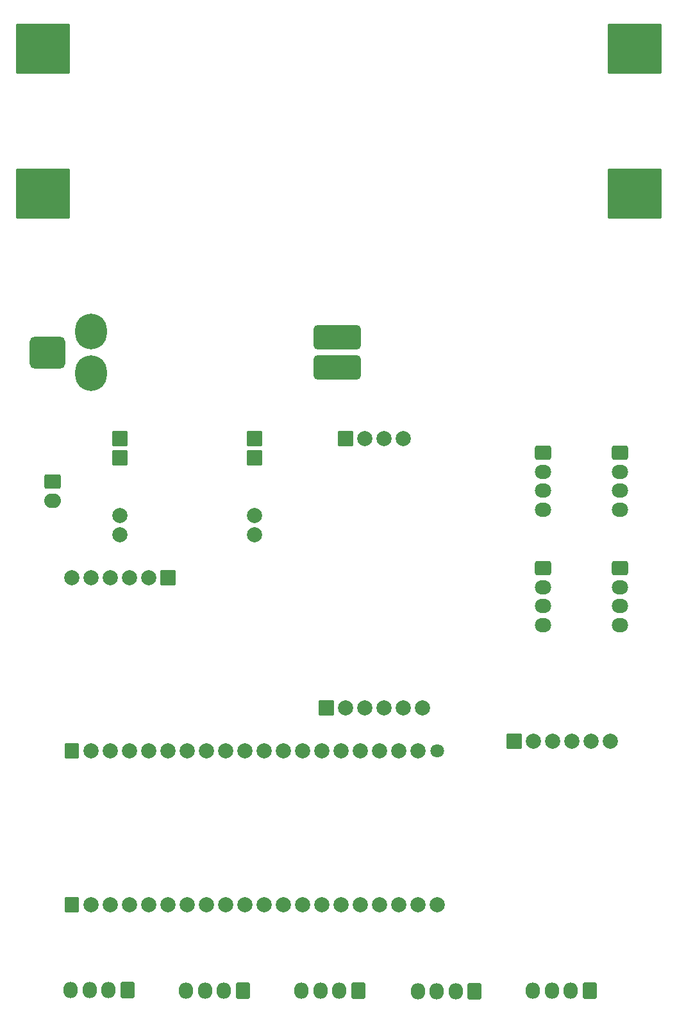
<source format=gbr>
%TF.GenerationSoftware,KiCad,Pcbnew,9.0.4*%
%TF.CreationDate,2025-12-08T11:00:56+07:00*%
%TF.ProjectId,05_sulfurmonitoring_design_v4_no_display,30355f73-756c-4667-9572-6d6f6e69746f,rev?*%
%TF.SameCoordinates,Original*%
%TF.FileFunction,Soldermask,Top*%
%TF.FilePolarity,Negative*%
%FSLAX46Y46*%
G04 Gerber Fmt 4.6, Leading zero omitted, Abs format (unit mm)*
G04 Created by KiCad (PCBNEW 9.0.4) date 2025-12-08 11:00:56*
%MOMM*%
%LPD*%
G01*
G04 APERTURE LIST*
G04 Aperture macros list*
%AMRoundRect*
0 Rectangle with rounded corners*
0 $1 Rounding radius*
0 $2 $3 $4 $5 $6 $7 $8 $9 X,Y pos of 4 corners*
0 Add a 4 corners polygon primitive as box body*
4,1,4,$2,$3,$4,$5,$6,$7,$8,$9,$2,$3,0*
0 Add four circle primitives for the rounded corners*
1,1,$1+$1,$2,$3*
1,1,$1+$1,$4,$5*
1,1,$1+$1,$6,$7*
1,1,$1+$1,$8,$9*
0 Add four rect primitives between the rounded corners*
20,1,$1+$1,$2,$3,$4,$5,0*
20,1,$1+$1,$4,$5,$6,$7,0*
20,1,$1+$1,$6,$7,$8,$9,0*
20,1,$1+$1,$8,$9,$2,$3,0*%
G04 Aperture macros list end*
%ADD10RoundRect,0.279883X0.671717X0.796717X-0.671717X0.796717X-0.671717X-0.796717X0.671717X-0.796717X0*%
%ADD11O,1.903200X2.153200*%
%ADD12RoundRect,0.279883X-0.796717X0.671717X-0.796717X-0.671717X0.796717X-0.671717X0.796717X0.671717X0*%
%ADD13O,2.153200X1.903200*%
%ADD14RoundRect,0.101600X0.900000X-0.900000X0.900000X0.900000X-0.900000X0.900000X-0.900000X-0.900000X0*%
%ADD15C,2.003200*%
%ADD16RoundRect,0.279883X-0.821717X0.671717X-0.821717X-0.671717X0.821717X-0.671717X0.821717X0.671717X0*%
%ADD17O,2.203200X1.903200*%
%ADD18RoundRect,0.101600X-0.800000X0.900000X-0.800000X-0.900000X0.800000X-0.900000X0.800000X0.900000X0*%
%ADD19C,1.803200*%
%ADD20RoundRect,0.101600X-0.900000X-0.900000X0.900000X-0.900000X0.900000X0.900000X-0.900000X0.900000X0*%
%ADD21RoundRect,0.102000X-3.420000X-3.175000X3.420000X-3.175000X3.420000X3.175000X-3.420000X3.175000X0*%
%ADD22RoundRect,0.101600X0.900000X0.900000X-0.900000X0.900000X-0.900000X-0.900000X0.900000X-0.900000X0*%
%ADD23O,4.203200X4.703200*%
%ADD24RoundRect,0.480480X-2.621120X-1.121120X2.621120X-1.121120X2.621120X1.121120X-2.621120X1.121120X0*%
%ADD25RoundRect,0.630480X1.721120X-1.471120X1.721120X1.471120X-1.721120X1.471120X-1.721120X-1.471120X0*%
G04 APERTURE END LIST*
D10*
%TO.C,I3*%
X104020000Y-167640000D03*
D11*
X101520000Y-167640000D03*
X99020000Y-167640000D03*
X96520000Y-167640000D03*
%TD*%
D12*
%TO.C,U9*%
X123190000Y-111760000D03*
D13*
X123190000Y-114260000D03*
X123190000Y-116760000D03*
X123190000Y-119260000D03*
%TD*%
D10*
%TO.C,I2*%
X119220000Y-167550000D03*
D11*
X116720000Y-167550000D03*
X114220000Y-167550000D03*
X111720000Y-167550000D03*
%TD*%
D14*
%TO.C,I6*%
X84455001Y-130175000D03*
D15*
X86995001Y-130175000D03*
X89535001Y-130175000D03*
X92075001Y-130175000D03*
X94615001Y-130175000D03*
X97155001Y-130175000D03*
D14*
X86995000Y-94615000D03*
D15*
X89535000Y-94615000D03*
X92075000Y-94615000D03*
X94615000Y-94615000D03*
%TD*%
D16*
%TO.C,BAT*%
X48260000Y-100330000D03*
D17*
X48260000Y-102830000D03*
%TD*%
D18*
%TO.C,U1*%
X50800000Y-156210000D03*
D15*
X53340000Y-156210000D03*
X55880000Y-156210000D03*
X58420000Y-156210000D03*
X60960000Y-156210000D03*
X63500000Y-156210000D03*
X66040000Y-156210000D03*
X68580000Y-156210000D03*
X71120000Y-156210000D03*
X73660000Y-156210000D03*
X76200000Y-156210000D03*
X78740000Y-156210000D03*
X81280000Y-156210000D03*
X83820000Y-156210000D03*
X86360000Y-156210000D03*
X88900000Y-156210000D03*
X91440000Y-156210000D03*
X93980000Y-156210000D03*
X96520000Y-156210000D03*
X99060000Y-156210000D03*
D18*
X50800000Y-135890000D03*
D15*
X53340000Y-135890000D03*
X55880000Y-135890000D03*
X58420000Y-135890000D03*
X60960000Y-135890000D03*
X63500000Y-135890000D03*
X66040000Y-135890000D03*
X68580000Y-135890000D03*
X71120000Y-135890000D03*
X73660000Y-135890000D03*
X76200000Y-135890000D03*
X78740000Y-135890000D03*
X81280000Y-135890000D03*
X83820000Y-135890000D03*
X86360000Y-135890000D03*
X88900000Y-135890000D03*
X91440000Y-135890000D03*
X93980000Y-135890000D03*
X96520000Y-135890000D03*
D19*
X99060000Y-135890000D03*
%TD*%
D20*
%TO.C,U3*%
X109220000Y-134620000D03*
D15*
X111760000Y-134620000D03*
X114300000Y-134620000D03*
X116840000Y-134620000D03*
X119380000Y-134620000D03*
X121920000Y-134620000D03*
%TD*%
D12*
%TO.C,U7*%
X113030000Y-96520000D03*
D13*
X113030000Y-99020000D03*
X113030000Y-101520000D03*
X113030000Y-104020000D03*
%TD*%
D12*
%TO.C,U8*%
X123190000Y-96520000D03*
D13*
X123190000Y-99020000D03*
X123190000Y-101520000D03*
X123190000Y-104020000D03*
%TD*%
D21*
%TO.C,BT1*%
X125146000Y-43180000D03*
X46986000Y-62290000D03*
X46986000Y-43180000D03*
X125146000Y-62290000D03*
%TD*%
D10*
%TO.C,U2*%
X73420000Y-167550000D03*
D11*
X70920000Y-167550000D03*
X68420000Y-167550000D03*
X65920000Y-167550000D03*
%TD*%
D10*
%TO.C,U4*%
X58180000Y-167460000D03*
D11*
X55680000Y-167460000D03*
X53180000Y-167460000D03*
X50680000Y-167460000D03*
%TD*%
D10*
%TO.C,I1*%
X88660000Y-167550000D03*
D11*
X86160000Y-167550000D03*
X83660000Y-167550000D03*
X81160000Y-167550000D03*
%TD*%
D15*
%TO.C,U6*%
X57150000Y-104775000D03*
X57150000Y-107315000D03*
D20*
X57150000Y-94615000D03*
X57150000Y-97155000D03*
D15*
X74930000Y-104775000D03*
X74930000Y-107315000D03*
D20*
X74930000Y-94615000D03*
X74930000Y-97155000D03*
%TD*%
D22*
%TO.C,I5*%
X63500000Y-113030000D03*
D15*
X60960000Y-113030000D03*
X58420000Y-113030000D03*
X55880000Y-113030000D03*
X53340000Y-113030000D03*
X50800000Y-113030000D03*
%TD*%
D23*
%TO.C,U10*%
X53340000Y-86030000D03*
X53340000Y-80530000D03*
D24*
X85840000Y-85280000D03*
X85840000Y-81280000D03*
D25*
X47590000Y-83280000D03*
%TD*%
D12*
%TO.C,U5*%
X113030000Y-111760000D03*
D13*
X113030000Y-114260000D03*
X113030000Y-116760000D03*
X113030000Y-119260000D03*
%TD*%
M02*

</source>
